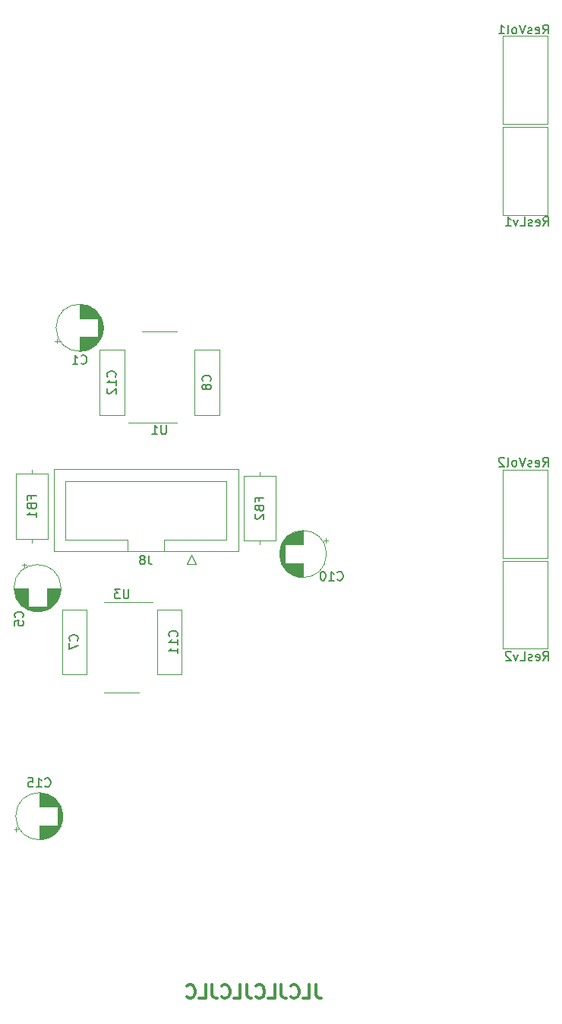
<source format=gbr>
G04 #@! TF.GenerationSoftware,KiCad,Pcbnew,(6.0.6)*
G04 #@! TF.CreationDate,2022-11-24T12:48:09+00:00*
G04 #@! TF.ProjectId,MS20-VCF,4d533230-2d56-4434-962e-6b696361645f,rev?*
G04 #@! TF.SameCoordinates,Original*
G04 #@! TF.FileFunction,Legend,Bot*
G04 #@! TF.FilePolarity,Positive*
%FSLAX46Y46*%
G04 Gerber Fmt 4.6, Leading zero omitted, Abs format (unit mm)*
G04 Created by KiCad (PCBNEW (6.0.6)) date 2022-11-24 12:48:09*
%MOMM*%
%LPD*%
G01*
G04 APERTURE LIST*
%ADD10C,0.300000*%
%ADD11C,0.150000*%
%ADD12C,0.120000*%
G04 APERTURE END LIST*
D10*
X63928571Y-143678571D02*
X63928571Y-144750000D01*
X64000000Y-144964285D01*
X64142857Y-145107142D01*
X64357142Y-145178571D01*
X64500000Y-145178571D01*
X62500000Y-145178571D02*
X63214285Y-145178571D01*
X63214285Y-143678571D01*
X61142857Y-145035714D02*
X61214285Y-145107142D01*
X61428571Y-145178571D01*
X61571428Y-145178571D01*
X61785714Y-145107142D01*
X61928571Y-144964285D01*
X62000000Y-144821428D01*
X62071428Y-144535714D01*
X62071428Y-144321428D01*
X62000000Y-144035714D01*
X61928571Y-143892857D01*
X61785714Y-143750000D01*
X61571428Y-143678571D01*
X61428571Y-143678571D01*
X61214285Y-143750000D01*
X61142857Y-143821428D01*
X60071428Y-143678571D02*
X60071428Y-144750000D01*
X60142857Y-144964285D01*
X60285714Y-145107142D01*
X60500000Y-145178571D01*
X60642857Y-145178571D01*
X58642857Y-145178571D02*
X59357142Y-145178571D01*
X59357142Y-143678571D01*
X57285714Y-145035714D02*
X57357142Y-145107142D01*
X57571428Y-145178571D01*
X57714285Y-145178571D01*
X57928571Y-145107142D01*
X58071428Y-144964285D01*
X58142857Y-144821428D01*
X58214285Y-144535714D01*
X58214285Y-144321428D01*
X58142857Y-144035714D01*
X58071428Y-143892857D01*
X57928571Y-143750000D01*
X57714285Y-143678571D01*
X57571428Y-143678571D01*
X57357142Y-143750000D01*
X57285714Y-143821428D01*
X56214285Y-143678571D02*
X56214285Y-144750000D01*
X56285714Y-144964285D01*
X56428571Y-145107142D01*
X56642857Y-145178571D01*
X56785714Y-145178571D01*
X54785714Y-145178571D02*
X55499999Y-145178571D01*
X55499999Y-143678571D01*
X53428571Y-145035714D02*
X53499999Y-145107142D01*
X53714285Y-145178571D01*
X53857142Y-145178571D01*
X54071428Y-145107142D01*
X54214285Y-144964285D01*
X54285714Y-144821428D01*
X54357142Y-144535714D01*
X54357142Y-144321428D01*
X54285714Y-144035714D01*
X54214285Y-143892857D01*
X54071428Y-143750000D01*
X53857142Y-143678571D01*
X53714285Y-143678571D01*
X53499999Y-143750000D01*
X53428571Y-143821428D01*
X52357142Y-143678571D02*
X52357142Y-144750000D01*
X52428571Y-144964285D01*
X52571428Y-145107142D01*
X52785714Y-145178571D01*
X52928571Y-145178571D01*
X50928571Y-145178571D02*
X51642857Y-145178571D01*
X51642857Y-143678571D01*
X49571428Y-145035714D02*
X49642857Y-145107142D01*
X49857142Y-145178571D01*
X49999999Y-145178571D01*
X50214285Y-145107142D01*
X50357142Y-144964285D01*
X50428571Y-144821428D01*
X50499999Y-144535714D01*
X50499999Y-144321428D01*
X50428571Y-144035714D01*
X50357142Y-143892857D01*
X50214285Y-143750000D01*
X49999999Y-143678571D01*
X49857142Y-143678571D01*
X49642857Y-143750000D01*
X49571428Y-143821428D01*
D11*
X31257142Y-102733333D02*
X31304761Y-102685714D01*
X31352380Y-102542857D01*
X31352380Y-102447619D01*
X31304761Y-102304761D01*
X31209523Y-102209523D01*
X31114285Y-102161904D01*
X30923809Y-102114285D01*
X30780952Y-102114285D01*
X30590476Y-102161904D01*
X30495238Y-102209523D01*
X30400000Y-102304761D01*
X30352380Y-102447619D01*
X30352380Y-102542857D01*
X30400000Y-102685714D01*
X30447619Y-102733333D01*
X30352380Y-103638095D02*
X30352380Y-103161904D01*
X30828571Y-103114285D01*
X30780952Y-103161904D01*
X30733333Y-103257142D01*
X30733333Y-103495238D01*
X30780952Y-103590476D01*
X30828571Y-103638095D01*
X30923809Y-103685714D01*
X31161904Y-103685714D01*
X31257142Y-103638095D01*
X31304761Y-103590476D01*
X31352380Y-103495238D01*
X31352380Y-103257142D01*
X31304761Y-103161904D01*
X31257142Y-103114285D01*
X66342857Y-98557142D02*
X66390476Y-98604761D01*
X66533333Y-98652380D01*
X66628571Y-98652380D01*
X66771428Y-98604761D01*
X66866666Y-98509523D01*
X66914285Y-98414285D01*
X66961904Y-98223809D01*
X66961904Y-98080952D01*
X66914285Y-97890476D01*
X66866666Y-97795238D01*
X66771428Y-97700000D01*
X66628571Y-97652380D01*
X66533333Y-97652380D01*
X66390476Y-97700000D01*
X66342857Y-97747619D01*
X65390476Y-98652380D02*
X65961904Y-98652380D01*
X65676190Y-98652380D02*
X65676190Y-97652380D01*
X65771428Y-97795238D01*
X65866666Y-97890476D01*
X65961904Y-97938095D01*
X64771428Y-97652380D02*
X64676190Y-97652380D01*
X64580952Y-97700000D01*
X64533333Y-97747619D01*
X64485714Y-97842857D01*
X64438095Y-98033333D01*
X64438095Y-98271428D01*
X64485714Y-98461904D01*
X64533333Y-98557142D01*
X64580952Y-98604761D01*
X64676190Y-98652380D01*
X64771428Y-98652380D01*
X64866666Y-98604761D01*
X64914285Y-98557142D01*
X64961904Y-98461904D01*
X65009523Y-98271428D01*
X65009523Y-98033333D01*
X64961904Y-97842857D01*
X64914285Y-97747619D01*
X64866666Y-97700000D01*
X64771428Y-97652380D01*
X37766666Y-74457142D02*
X37814285Y-74504761D01*
X37957142Y-74552380D01*
X38052380Y-74552380D01*
X38195238Y-74504761D01*
X38290476Y-74409523D01*
X38338095Y-74314285D01*
X38385714Y-74123809D01*
X38385714Y-73980952D01*
X38338095Y-73790476D01*
X38290476Y-73695238D01*
X38195238Y-73600000D01*
X38052380Y-73552380D01*
X37957142Y-73552380D01*
X37814285Y-73600000D01*
X37766666Y-73647619D01*
X36814285Y-74552380D02*
X37385714Y-74552380D01*
X37100000Y-74552380D02*
X37100000Y-73552380D01*
X37195238Y-73695238D01*
X37290476Y-73790476D01*
X37385714Y-73838095D01*
X57608571Y-89766666D02*
X57608571Y-89433333D01*
X58132380Y-89433333D02*
X57132380Y-89433333D01*
X57132380Y-89909523D01*
X57608571Y-90623809D02*
X57656190Y-90766666D01*
X57703809Y-90814285D01*
X57799047Y-90861904D01*
X57941904Y-90861904D01*
X58037142Y-90814285D01*
X58084761Y-90766666D01*
X58132380Y-90671428D01*
X58132380Y-90290476D01*
X57132380Y-90290476D01*
X57132380Y-90623809D01*
X57180000Y-90719047D01*
X57227619Y-90766666D01*
X57322857Y-90814285D01*
X57418095Y-90814285D01*
X57513333Y-90766666D01*
X57560952Y-90719047D01*
X57608571Y-90623809D01*
X57608571Y-90290476D01*
X57227619Y-91242857D02*
X57180000Y-91290476D01*
X57132380Y-91385714D01*
X57132380Y-91623809D01*
X57180000Y-91719047D01*
X57227619Y-91766666D01*
X57322857Y-91814285D01*
X57418095Y-91814285D01*
X57560952Y-91766666D01*
X58132380Y-91195238D01*
X58132380Y-91814285D01*
X89285714Y-59152380D02*
X89619047Y-58676190D01*
X89857142Y-59152380D02*
X89857142Y-58152380D01*
X89476190Y-58152380D01*
X89380952Y-58200000D01*
X89333333Y-58247619D01*
X89285714Y-58342857D01*
X89285714Y-58485714D01*
X89333333Y-58580952D01*
X89380952Y-58628571D01*
X89476190Y-58676190D01*
X89857142Y-58676190D01*
X88476190Y-59104761D02*
X88571428Y-59152380D01*
X88761904Y-59152380D01*
X88857142Y-59104761D01*
X88904761Y-59009523D01*
X88904761Y-58628571D01*
X88857142Y-58533333D01*
X88761904Y-58485714D01*
X88571428Y-58485714D01*
X88476190Y-58533333D01*
X88428571Y-58628571D01*
X88428571Y-58723809D01*
X88904761Y-58819047D01*
X88047619Y-59104761D02*
X87952380Y-59152380D01*
X87761904Y-59152380D01*
X87666666Y-59104761D01*
X87619047Y-59009523D01*
X87619047Y-58961904D01*
X87666666Y-58866666D01*
X87761904Y-58819047D01*
X87904761Y-58819047D01*
X88000000Y-58771428D01*
X88047619Y-58676190D01*
X88047619Y-58628571D01*
X88000000Y-58533333D01*
X87904761Y-58485714D01*
X87761904Y-58485714D01*
X87666666Y-58533333D01*
X86714285Y-59152380D02*
X87190476Y-59152380D01*
X87190476Y-58152380D01*
X86476190Y-58485714D02*
X86238095Y-59152380D01*
X86000000Y-58485714D01*
X85095238Y-59152380D02*
X85666666Y-59152380D01*
X85380952Y-59152380D02*
X85380952Y-58152380D01*
X85476190Y-58295238D01*
X85571428Y-58390476D01*
X85666666Y-58438095D01*
X89242857Y-37752380D02*
X89576190Y-37276190D01*
X89814285Y-37752380D02*
X89814285Y-36752380D01*
X89433333Y-36752380D01*
X89338095Y-36800000D01*
X89290476Y-36847619D01*
X89242857Y-36942857D01*
X89242857Y-37085714D01*
X89290476Y-37180952D01*
X89338095Y-37228571D01*
X89433333Y-37276190D01*
X89814285Y-37276190D01*
X88433333Y-37704761D02*
X88528571Y-37752380D01*
X88719047Y-37752380D01*
X88814285Y-37704761D01*
X88861904Y-37609523D01*
X88861904Y-37228571D01*
X88814285Y-37133333D01*
X88719047Y-37085714D01*
X88528571Y-37085714D01*
X88433333Y-37133333D01*
X88385714Y-37228571D01*
X88385714Y-37323809D01*
X88861904Y-37419047D01*
X88004761Y-37704761D02*
X87909523Y-37752380D01*
X87719047Y-37752380D01*
X87623809Y-37704761D01*
X87576190Y-37609523D01*
X87576190Y-37561904D01*
X87623809Y-37466666D01*
X87719047Y-37419047D01*
X87861904Y-37419047D01*
X87957142Y-37371428D01*
X88004761Y-37276190D01*
X88004761Y-37228571D01*
X87957142Y-37133333D01*
X87861904Y-37085714D01*
X87719047Y-37085714D01*
X87623809Y-37133333D01*
X87290476Y-36752380D02*
X86957142Y-37752380D01*
X86623809Y-36752380D01*
X86147619Y-37752380D02*
X86242857Y-37704761D01*
X86290476Y-37657142D01*
X86338095Y-37561904D01*
X86338095Y-37276190D01*
X86290476Y-37180952D01*
X86242857Y-37133333D01*
X86147619Y-37085714D01*
X86004761Y-37085714D01*
X85909523Y-37133333D01*
X85861904Y-37180952D01*
X85814285Y-37276190D01*
X85814285Y-37561904D01*
X85861904Y-37657142D01*
X85909523Y-37704761D01*
X86004761Y-37752380D01*
X86147619Y-37752380D01*
X85242857Y-37752380D02*
X85338095Y-37704761D01*
X85385714Y-37609523D01*
X85385714Y-36752380D01*
X84338095Y-37752380D02*
X84909523Y-37752380D01*
X84623809Y-37752380D02*
X84623809Y-36752380D01*
X84719047Y-36895238D01*
X84814285Y-36990476D01*
X84909523Y-37038095D01*
X43061904Y-99652380D02*
X43061904Y-100461904D01*
X43014285Y-100557142D01*
X42966666Y-100604761D01*
X42871428Y-100652380D01*
X42680952Y-100652380D01*
X42585714Y-100604761D01*
X42538095Y-100557142D01*
X42490476Y-100461904D01*
X42490476Y-99652380D01*
X42109523Y-99652380D02*
X41490476Y-99652380D01*
X41823809Y-100033333D01*
X41680952Y-100033333D01*
X41585714Y-100080952D01*
X41538095Y-100128571D01*
X41490476Y-100223809D01*
X41490476Y-100461904D01*
X41538095Y-100557142D01*
X41585714Y-100604761D01*
X41680952Y-100652380D01*
X41966666Y-100652380D01*
X42061904Y-100604761D01*
X42109523Y-100557142D01*
X33742857Y-121557142D02*
X33790476Y-121604761D01*
X33933333Y-121652380D01*
X34028571Y-121652380D01*
X34171428Y-121604761D01*
X34266666Y-121509523D01*
X34314285Y-121414285D01*
X34361904Y-121223809D01*
X34361904Y-121080952D01*
X34314285Y-120890476D01*
X34266666Y-120795238D01*
X34171428Y-120700000D01*
X34028571Y-120652380D01*
X33933333Y-120652380D01*
X33790476Y-120700000D01*
X33742857Y-120747619D01*
X32790476Y-121652380D02*
X33361904Y-121652380D01*
X33076190Y-121652380D02*
X33076190Y-120652380D01*
X33171428Y-120795238D01*
X33266666Y-120890476D01*
X33361904Y-120938095D01*
X31885714Y-120652380D02*
X32361904Y-120652380D01*
X32409523Y-121128571D01*
X32361904Y-121080952D01*
X32266666Y-121033333D01*
X32028571Y-121033333D01*
X31933333Y-121080952D01*
X31885714Y-121128571D01*
X31838095Y-121223809D01*
X31838095Y-121461904D01*
X31885714Y-121557142D01*
X31933333Y-121604761D01*
X32028571Y-121652380D01*
X32266666Y-121652380D01*
X32361904Y-121604761D01*
X32409523Y-121557142D01*
X32228571Y-89566666D02*
X32228571Y-89233333D01*
X32752380Y-89233333D02*
X31752380Y-89233333D01*
X31752380Y-89709523D01*
X32228571Y-90423809D02*
X32276190Y-90566666D01*
X32323809Y-90614285D01*
X32419047Y-90661904D01*
X32561904Y-90661904D01*
X32657142Y-90614285D01*
X32704761Y-90566666D01*
X32752380Y-90471428D01*
X32752380Y-90090476D01*
X31752380Y-90090476D01*
X31752380Y-90423809D01*
X31800000Y-90519047D01*
X31847619Y-90566666D01*
X31942857Y-90614285D01*
X32038095Y-90614285D01*
X32133333Y-90566666D01*
X32180952Y-90519047D01*
X32228571Y-90423809D01*
X32228571Y-90090476D01*
X32752380Y-91614285D02*
X32752380Y-91042857D01*
X32752380Y-91328571D02*
X31752380Y-91328571D01*
X31895238Y-91233333D01*
X31990476Y-91138095D01*
X32038095Y-91042857D01*
X89285714Y-107552380D02*
X89619047Y-107076190D01*
X89857142Y-107552380D02*
X89857142Y-106552380D01*
X89476190Y-106552380D01*
X89380952Y-106600000D01*
X89333333Y-106647619D01*
X89285714Y-106742857D01*
X89285714Y-106885714D01*
X89333333Y-106980952D01*
X89380952Y-107028571D01*
X89476190Y-107076190D01*
X89857142Y-107076190D01*
X88476190Y-107504761D02*
X88571428Y-107552380D01*
X88761904Y-107552380D01*
X88857142Y-107504761D01*
X88904761Y-107409523D01*
X88904761Y-107028571D01*
X88857142Y-106933333D01*
X88761904Y-106885714D01*
X88571428Y-106885714D01*
X88476190Y-106933333D01*
X88428571Y-107028571D01*
X88428571Y-107123809D01*
X88904761Y-107219047D01*
X88047619Y-107504761D02*
X87952380Y-107552380D01*
X87761904Y-107552380D01*
X87666666Y-107504761D01*
X87619047Y-107409523D01*
X87619047Y-107361904D01*
X87666666Y-107266666D01*
X87761904Y-107219047D01*
X87904761Y-107219047D01*
X88000000Y-107171428D01*
X88047619Y-107076190D01*
X88047619Y-107028571D01*
X88000000Y-106933333D01*
X87904761Y-106885714D01*
X87761904Y-106885714D01*
X87666666Y-106933333D01*
X86714285Y-107552380D02*
X87190476Y-107552380D01*
X87190476Y-106552380D01*
X86476190Y-106885714D02*
X86238095Y-107552380D01*
X86000000Y-106885714D01*
X85666666Y-106647619D02*
X85619047Y-106600000D01*
X85523809Y-106552380D01*
X85285714Y-106552380D01*
X85190476Y-106600000D01*
X85142857Y-106647619D01*
X85095238Y-106742857D01*
X85095238Y-106838095D01*
X85142857Y-106980952D01*
X85714285Y-107552380D01*
X85095238Y-107552380D01*
X89242857Y-85952380D02*
X89576190Y-85476190D01*
X89814285Y-85952380D02*
X89814285Y-84952380D01*
X89433333Y-84952380D01*
X89338095Y-85000000D01*
X89290476Y-85047619D01*
X89242857Y-85142857D01*
X89242857Y-85285714D01*
X89290476Y-85380952D01*
X89338095Y-85428571D01*
X89433333Y-85476190D01*
X89814285Y-85476190D01*
X88433333Y-85904761D02*
X88528571Y-85952380D01*
X88719047Y-85952380D01*
X88814285Y-85904761D01*
X88861904Y-85809523D01*
X88861904Y-85428571D01*
X88814285Y-85333333D01*
X88719047Y-85285714D01*
X88528571Y-85285714D01*
X88433333Y-85333333D01*
X88385714Y-85428571D01*
X88385714Y-85523809D01*
X88861904Y-85619047D01*
X88004761Y-85904761D02*
X87909523Y-85952380D01*
X87719047Y-85952380D01*
X87623809Y-85904761D01*
X87576190Y-85809523D01*
X87576190Y-85761904D01*
X87623809Y-85666666D01*
X87719047Y-85619047D01*
X87861904Y-85619047D01*
X87957142Y-85571428D01*
X88004761Y-85476190D01*
X88004761Y-85428571D01*
X87957142Y-85333333D01*
X87861904Y-85285714D01*
X87719047Y-85285714D01*
X87623809Y-85333333D01*
X87290476Y-84952380D02*
X86957142Y-85952380D01*
X86623809Y-84952380D01*
X86147619Y-85952380D02*
X86242857Y-85904761D01*
X86290476Y-85857142D01*
X86338095Y-85761904D01*
X86338095Y-85476190D01*
X86290476Y-85380952D01*
X86242857Y-85333333D01*
X86147619Y-85285714D01*
X86004761Y-85285714D01*
X85909523Y-85333333D01*
X85861904Y-85380952D01*
X85814285Y-85476190D01*
X85814285Y-85761904D01*
X85861904Y-85857142D01*
X85909523Y-85904761D01*
X86004761Y-85952380D01*
X86147619Y-85952380D01*
X85242857Y-85952380D02*
X85338095Y-85904761D01*
X85385714Y-85809523D01*
X85385714Y-84952380D01*
X84909523Y-85047619D02*
X84861904Y-85000000D01*
X84766666Y-84952380D01*
X84528571Y-84952380D01*
X84433333Y-85000000D01*
X84385714Y-85047619D01*
X84338095Y-85142857D01*
X84338095Y-85238095D01*
X84385714Y-85380952D01*
X84957142Y-85952380D01*
X84338095Y-85952380D01*
X47261904Y-81352380D02*
X47261904Y-82161904D01*
X47214285Y-82257142D01*
X47166666Y-82304761D01*
X47071428Y-82352380D01*
X46880952Y-82352380D01*
X46785714Y-82304761D01*
X46738095Y-82257142D01*
X46690476Y-82161904D01*
X46690476Y-81352380D01*
X45690476Y-82352380D02*
X46261904Y-82352380D01*
X45976190Y-82352380D02*
X45976190Y-81352380D01*
X46071428Y-81495238D01*
X46166666Y-81590476D01*
X46261904Y-81638095D01*
X45313333Y-95852380D02*
X45313333Y-96566666D01*
X45360952Y-96709523D01*
X45456190Y-96804761D01*
X45599047Y-96852380D01*
X45694285Y-96852380D01*
X44694285Y-96280952D02*
X44789523Y-96233333D01*
X44837142Y-96185714D01*
X44884761Y-96090476D01*
X44884761Y-96042857D01*
X44837142Y-95947619D01*
X44789523Y-95900000D01*
X44694285Y-95852380D01*
X44503809Y-95852380D01*
X44408571Y-95900000D01*
X44360952Y-95947619D01*
X44313333Y-96042857D01*
X44313333Y-96090476D01*
X44360952Y-96185714D01*
X44408571Y-96233333D01*
X44503809Y-96280952D01*
X44694285Y-96280952D01*
X44789523Y-96328571D01*
X44837142Y-96376190D01*
X44884761Y-96471428D01*
X44884761Y-96661904D01*
X44837142Y-96757142D01*
X44789523Y-96804761D01*
X44694285Y-96852380D01*
X44503809Y-96852380D01*
X44408571Y-96804761D01*
X44360952Y-96757142D01*
X44313333Y-96661904D01*
X44313333Y-96471428D01*
X44360952Y-96376190D01*
X44408571Y-96328571D01*
X44503809Y-96280952D01*
X37357142Y-105333333D02*
X37404761Y-105285714D01*
X37452380Y-105142857D01*
X37452380Y-105047619D01*
X37404761Y-104904761D01*
X37309523Y-104809523D01*
X37214285Y-104761904D01*
X37023809Y-104714285D01*
X36880952Y-104714285D01*
X36690476Y-104761904D01*
X36595238Y-104809523D01*
X36500000Y-104904761D01*
X36452380Y-105047619D01*
X36452380Y-105142857D01*
X36500000Y-105285714D01*
X36547619Y-105333333D01*
X36452380Y-105666666D02*
X36452380Y-106333333D01*
X37452380Y-105904761D01*
X41557142Y-75957142D02*
X41604761Y-75909523D01*
X41652380Y-75766666D01*
X41652380Y-75671428D01*
X41604761Y-75528571D01*
X41509523Y-75433333D01*
X41414285Y-75385714D01*
X41223809Y-75338095D01*
X41080952Y-75338095D01*
X40890476Y-75385714D01*
X40795238Y-75433333D01*
X40700000Y-75528571D01*
X40652380Y-75671428D01*
X40652380Y-75766666D01*
X40700000Y-75909523D01*
X40747619Y-75957142D01*
X41652380Y-76909523D02*
X41652380Y-76338095D01*
X41652380Y-76623809D02*
X40652380Y-76623809D01*
X40795238Y-76528571D01*
X40890476Y-76433333D01*
X40938095Y-76338095D01*
X40747619Y-77290476D02*
X40700000Y-77338095D01*
X40652380Y-77433333D01*
X40652380Y-77671428D01*
X40700000Y-77766666D01*
X40747619Y-77814285D01*
X40842857Y-77861904D01*
X40938095Y-77861904D01*
X41080952Y-77814285D01*
X41652380Y-77242857D01*
X41652380Y-77861904D01*
X48457142Y-104857142D02*
X48504761Y-104809523D01*
X48552380Y-104666666D01*
X48552380Y-104571428D01*
X48504761Y-104428571D01*
X48409523Y-104333333D01*
X48314285Y-104285714D01*
X48123809Y-104238095D01*
X47980952Y-104238095D01*
X47790476Y-104285714D01*
X47695238Y-104333333D01*
X47600000Y-104428571D01*
X47552380Y-104571428D01*
X47552380Y-104666666D01*
X47600000Y-104809523D01*
X47647619Y-104857142D01*
X48552380Y-105809523D02*
X48552380Y-105238095D01*
X48552380Y-105523809D02*
X47552380Y-105523809D01*
X47695238Y-105428571D01*
X47790476Y-105333333D01*
X47838095Y-105238095D01*
X48552380Y-106761904D02*
X48552380Y-106190476D01*
X48552380Y-106476190D02*
X47552380Y-106476190D01*
X47695238Y-106380952D01*
X47790476Y-106285714D01*
X47838095Y-106190476D01*
X52157142Y-76433333D02*
X52204761Y-76385714D01*
X52252380Y-76242857D01*
X52252380Y-76147619D01*
X52204761Y-76004761D01*
X52109523Y-75909523D01*
X52014285Y-75861904D01*
X51823809Y-75814285D01*
X51680952Y-75814285D01*
X51490476Y-75861904D01*
X51395238Y-75909523D01*
X51300000Y-76004761D01*
X51252380Y-76147619D01*
X51252380Y-76242857D01*
X51300000Y-76385714D01*
X51347619Y-76433333D01*
X51680952Y-77004761D02*
X51633333Y-76909523D01*
X51585714Y-76861904D01*
X51490476Y-76814285D01*
X51442857Y-76814285D01*
X51347619Y-76861904D01*
X51300000Y-76909523D01*
X51252380Y-77004761D01*
X51252380Y-77195238D01*
X51300000Y-77290476D01*
X51347619Y-77338095D01*
X51442857Y-77385714D01*
X51490476Y-77385714D01*
X51585714Y-77338095D01*
X51633333Y-77290476D01*
X51680952Y-77195238D01*
X51680952Y-77004761D01*
X51728571Y-76909523D01*
X51776190Y-76861904D01*
X51871428Y-76814285D01*
X52061904Y-76814285D01*
X52157142Y-76861904D01*
X52204761Y-76909523D01*
X52252380Y-77004761D01*
X52252380Y-77195238D01*
X52204761Y-77290476D01*
X52157142Y-77338095D01*
X52061904Y-77385714D01*
X51871428Y-77385714D01*
X51776190Y-77338095D01*
X51728571Y-77290476D01*
X51680952Y-77195238D01*
D12*
X30552000Y-100581000D02*
X31860000Y-100581000D01*
X30344000Y-99860000D02*
X31860000Y-99860000D01*
X30929000Y-101181000D02*
X31860000Y-101181000D01*
X33940000Y-101221000D02*
X34837000Y-101221000D01*
X33940000Y-99780000D02*
X35465000Y-99780000D01*
X33940000Y-100060000D02*
X35420000Y-100060000D01*
X30357000Y-99940000D02*
X31860000Y-99940000D01*
X31400000Y-101621000D02*
X34400000Y-101621000D01*
X30725000Y-100901000D02*
X31860000Y-100901000D01*
X31074000Y-101341000D02*
X31860000Y-101341000D01*
X30320000Y-99500000D02*
X31860000Y-99500000D01*
X33940000Y-101061000D02*
X34965000Y-101061000D01*
X30331000Y-99740000D02*
X31860000Y-99740000D01*
X30350000Y-99900000D02*
X31860000Y-99900000D01*
X33940000Y-101101000D02*
X34935000Y-101101000D01*
X30445000Y-100301000D02*
X31860000Y-100301000D01*
X33940000Y-100981000D02*
X35022000Y-100981000D01*
X30632000Y-100741000D02*
X31860000Y-100741000D01*
X30518000Y-100501000D02*
X31860000Y-100501000D01*
X30700000Y-100861000D02*
X31860000Y-100861000D01*
X30320000Y-99540000D02*
X31860000Y-99540000D01*
X33940000Y-99540000D02*
X35480000Y-99540000D01*
X30380000Y-100060000D02*
X31860000Y-100060000D01*
X30571000Y-100621000D02*
X31860000Y-100621000D01*
X33940000Y-100421000D02*
X35314000Y-100421000D01*
X33940000Y-101381000D02*
X34685000Y-101381000D01*
X30751000Y-100941000D02*
X31860000Y-100941000D01*
X30339000Y-99820000D02*
X31860000Y-99820000D01*
X33940000Y-99740000D02*
X35469000Y-99740000D01*
X33940000Y-100901000D02*
X35075000Y-100901000D01*
X30321000Y-99580000D02*
X31860000Y-99580000D01*
X31889000Y-101901000D02*
X33911000Y-101901000D01*
X30486000Y-100421000D02*
X31860000Y-100421000D01*
X31036000Y-101301000D02*
X31860000Y-101301000D01*
X33940000Y-99980000D02*
X35436000Y-99980000D01*
X30324000Y-99660000D02*
X31860000Y-99660000D01*
X30896000Y-101141000D02*
X31860000Y-101141000D01*
X33940000Y-100941000D02*
X35049000Y-100941000D01*
X33940000Y-101501000D02*
X34553000Y-101501000D01*
X33940000Y-100501000D02*
X35282000Y-100501000D01*
X30322000Y-99620000D02*
X31860000Y-99620000D01*
X30335000Y-99780000D02*
X31860000Y-99780000D01*
X33940000Y-99700000D02*
X35473000Y-99700000D01*
X30432000Y-100261000D02*
X31860000Y-100261000D01*
X33940000Y-99900000D02*
X35450000Y-99900000D01*
X33940000Y-100861000D02*
X35100000Y-100861000D01*
X30364000Y-99980000D02*
X31860000Y-99980000D01*
X33940000Y-100541000D02*
X35265000Y-100541000D01*
X31247000Y-101501000D02*
X31860000Y-101501000D01*
X33940000Y-99820000D02*
X35461000Y-99820000D01*
X30420000Y-100221000D02*
X31860000Y-100221000D01*
X30778000Y-100981000D02*
X31860000Y-100981000D01*
X32616000Y-102101000D02*
X33184000Y-102101000D01*
X33940000Y-100821000D02*
X35124000Y-100821000D01*
X31581000Y-101741000D02*
X34219000Y-101741000D01*
X33940000Y-100341000D02*
X35342000Y-100341000D01*
X33940000Y-99500000D02*
X35480000Y-99500000D01*
X30389000Y-100100000D02*
X31860000Y-100100000D01*
X33940000Y-101461000D02*
X34599000Y-101461000D01*
X33940000Y-100781000D02*
X35147000Y-100781000D01*
X31425000Y-96695225D02*
X31425000Y-97195225D01*
X33940000Y-101341000D02*
X34726000Y-101341000D01*
X33940000Y-99660000D02*
X35476000Y-99660000D01*
X33940000Y-99940000D02*
X35443000Y-99940000D01*
X33940000Y-100301000D02*
X35355000Y-100301000D01*
X31649000Y-101781000D02*
X34151000Y-101781000D01*
X30372000Y-100020000D02*
X31860000Y-100020000D01*
X33940000Y-100261000D02*
X35368000Y-100261000D01*
X31517000Y-101701000D02*
X34283000Y-101701000D01*
X33940000Y-101421000D02*
X34643000Y-101421000D01*
X30676000Y-100821000D02*
X31860000Y-100821000D01*
X30590000Y-100661000D02*
X31860000Y-100661000D01*
X33940000Y-100020000D02*
X35428000Y-100020000D01*
X32382000Y-102061000D02*
X33418000Y-102061000D01*
X33940000Y-101301000D02*
X34764000Y-101301000D01*
X30399000Y-100140000D02*
X31860000Y-100140000D01*
X31175000Y-96945225D02*
X31675000Y-96945225D01*
X31295000Y-101541000D02*
X34505000Y-101541000D01*
X30327000Y-99700000D02*
X31860000Y-99700000D01*
X30835000Y-101061000D02*
X31860000Y-101061000D01*
X30999000Y-101261000D02*
X31860000Y-101261000D01*
X33940000Y-101141000D02*
X34904000Y-101141000D01*
X32095000Y-101981000D02*
X33705000Y-101981000D01*
X32223000Y-102021000D02*
X33577000Y-102021000D01*
X33940000Y-100621000D02*
X35229000Y-100621000D01*
X31346000Y-101581000D02*
X34454000Y-101581000D01*
X33940000Y-100701000D02*
X35190000Y-100701000D01*
X31722000Y-101821000D02*
X34078000Y-101821000D01*
X30409000Y-100180000D02*
X31860000Y-100180000D01*
X33940000Y-99620000D02*
X35478000Y-99620000D01*
X33940000Y-100741000D02*
X35168000Y-100741000D01*
X33940000Y-99580000D02*
X35479000Y-99580000D01*
X33940000Y-100180000D02*
X35391000Y-100180000D01*
X33940000Y-100461000D02*
X35298000Y-100461000D01*
X33940000Y-100581000D02*
X35248000Y-100581000D01*
X30610000Y-100701000D02*
X31860000Y-100701000D01*
X33940000Y-100221000D02*
X35380000Y-100221000D01*
X30653000Y-100781000D02*
X31860000Y-100781000D01*
X30805000Y-101021000D02*
X31860000Y-101021000D01*
X31157000Y-101421000D02*
X31860000Y-101421000D01*
X31802000Y-101861000D02*
X33998000Y-101861000D01*
X30963000Y-101221000D02*
X31860000Y-101221000D01*
X33940000Y-101021000D02*
X34995000Y-101021000D01*
X31985000Y-101941000D02*
X33815000Y-101941000D01*
X31201000Y-101461000D02*
X31860000Y-101461000D01*
X31115000Y-101381000D02*
X31860000Y-101381000D01*
X33940000Y-100140000D02*
X35401000Y-100140000D01*
X33940000Y-101261000D02*
X34801000Y-101261000D01*
X33940000Y-100661000D02*
X35210000Y-100661000D01*
X33940000Y-100381000D02*
X35328000Y-100381000D01*
X30472000Y-100381000D02*
X31860000Y-100381000D01*
X33940000Y-101181000D02*
X34871000Y-101181000D01*
X33940000Y-99860000D02*
X35456000Y-99860000D01*
X33940000Y-100100000D02*
X35411000Y-100100000D01*
X30865000Y-101101000D02*
X31860000Y-101101000D01*
X31457000Y-101661000D02*
X34343000Y-101661000D01*
X30502000Y-100461000D02*
X31860000Y-100461000D01*
X30535000Y-100541000D02*
X31860000Y-100541000D01*
X30458000Y-100341000D02*
X31860000Y-100341000D01*
X35520000Y-99500000D02*
G75*
G03*
X35520000Y-99500000I-2620000J0D01*
G01*
X62380000Y-96740000D02*
X62380000Y-98278000D01*
X60859000Y-96740000D02*
X60859000Y-97704000D01*
X61940000Y-96740000D02*
X61940000Y-98220000D01*
X60139000Y-94602000D02*
X60139000Y-96798000D01*
X62380000Y-93122000D02*
X62380000Y-94660000D01*
X62420000Y-93121000D02*
X62420000Y-94660000D01*
X65054775Y-93975000D02*
X65054775Y-94475000D01*
X60579000Y-93957000D02*
X60579000Y-94660000D01*
X61179000Y-93476000D02*
X61179000Y-94660000D01*
X60739000Y-96740000D02*
X60739000Y-97601000D01*
X60099000Y-94689000D02*
X60099000Y-96711000D01*
X60699000Y-93836000D02*
X60699000Y-94660000D01*
X60179000Y-94522000D02*
X60179000Y-96878000D01*
X60499000Y-96740000D02*
X60499000Y-97353000D01*
X60379000Y-94200000D02*
X60379000Y-97200000D01*
X60859000Y-93696000D02*
X60859000Y-94660000D01*
X61499000Y-93318000D02*
X61499000Y-94660000D01*
X62300000Y-96740000D02*
X62300000Y-98273000D01*
X61900000Y-93189000D02*
X61900000Y-94660000D01*
X60619000Y-93915000D02*
X60619000Y-94660000D01*
X60299000Y-94317000D02*
X60299000Y-97083000D01*
X60819000Y-96740000D02*
X60819000Y-97671000D01*
X60059000Y-94785000D02*
X60059000Y-96615000D01*
X60539000Y-94001000D02*
X60539000Y-94660000D01*
X62100000Y-96740000D02*
X62100000Y-98250000D01*
X62460000Y-96740000D02*
X62460000Y-98280000D01*
X61659000Y-93258000D02*
X61659000Y-94660000D01*
X62140000Y-96740000D02*
X62140000Y-98256000D01*
X61099000Y-93525000D02*
X61099000Y-94660000D01*
X61139000Y-96740000D02*
X61139000Y-97900000D01*
X61179000Y-96740000D02*
X61179000Y-97924000D01*
X60819000Y-93729000D02*
X60819000Y-94660000D01*
X62300000Y-93127000D02*
X62300000Y-94660000D01*
X60739000Y-93799000D02*
X60739000Y-94660000D01*
X60699000Y-96740000D02*
X60699000Y-97564000D01*
X61299000Y-96740000D02*
X61299000Y-97990000D01*
X62060000Y-93157000D02*
X62060000Y-94660000D01*
X61219000Y-93453000D02*
X61219000Y-94660000D01*
X61259000Y-93432000D02*
X61259000Y-94660000D01*
X61659000Y-96740000D02*
X61659000Y-98142000D01*
X61539000Y-93302000D02*
X61539000Y-94660000D01*
X61019000Y-93578000D02*
X61019000Y-94660000D01*
X62020000Y-93164000D02*
X62020000Y-94660000D01*
X61219000Y-96740000D02*
X61219000Y-97947000D01*
X62140000Y-93144000D02*
X62140000Y-94660000D01*
X61860000Y-96740000D02*
X61860000Y-98201000D01*
X60579000Y-96740000D02*
X60579000Y-97443000D01*
X62020000Y-96740000D02*
X62020000Y-98236000D01*
X61299000Y-93410000D02*
X61299000Y-94660000D01*
X60979000Y-93605000D02*
X60979000Y-94660000D01*
X61059000Y-93551000D02*
X61059000Y-94660000D01*
X62420000Y-96740000D02*
X62420000Y-98279000D01*
X61019000Y-96740000D02*
X61019000Y-97822000D01*
X61059000Y-96740000D02*
X61059000Y-97849000D01*
X60779000Y-93763000D02*
X60779000Y-94660000D01*
X60979000Y-96740000D02*
X60979000Y-97795000D01*
X61619000Y-96740000D02*
X61619000Y-98128000D01*
X62220000Y-93135000D02*
X62220000Y-94660000D01*
X60419000Y-94146000D02*
X60419000Y-97254000D01*
X61980000Y-93172000D02*
X61980000Y-94660000D01*
X62460000Y-93120000D02*
X62460000Y-94660000D01*
X62340000Y-96740000D02*
X62340000Y-98276000D01*
X61940000Y-93180000D02*
X61940000Y-94660000D01*
X62260000Y-96740000D02*
X62260000Y-98269000D01*
X60459000Y-94095000D02*
X60459000Y-97305000D01*
X61459000Y-93335000D02*
X61459000Y-94660000D01*
X59939000Y-95182000D02*
X59939000Y-96218000D01*
X60499000Y-94047000D02*
X60499000Y-94660000D01*
X61419000Y-93352000D02*
X61419000Y-94660000D01*
X61419000Y-96740000D02*
X61419000Y-98048000D01*
X59899000Y-95416000D02*
X59899000Y-95984000D01*
X62060000Y-96740000D02*
X62060000Y-98243000D01*
X61379000Y-96740000D02*
X61379000Y-98029000D01*
X60619000Y-96740000D02*
X60619000Y-97485000D01*
X62500000Y-96740000D02*
X62500000Y-98280000D01*
X60219000Y-94449000D02*
X60219000Y-96951000D01*
X60939000Y-93635000D02*
X60939000Y-94660000D01*
X62180000Y-93139000D02*
X62180000Y-94660000D01*
X60899000Y-96740000D02*
X60899000Y-97735000D01*
X61900000Y-96740000D02*
X61900000Y-98211000D01*
X61739000Y-93232000D02*
X61739000Y-94660000D01*
X61860000Y-93199000D02*
X61860000Y-94660000D01*
X60339000Y-94257000D02*
X60339000Y-97143000D01*
X61779000Y-93220000D02*
X61779000Y-94660000D01*
X61539000Y-96740000D02*
X61539000Y-98098000D01*
X61339000Y-96740000D02*
X61339000Y-98010000D01*
X60659000Y-93874000D02*
X60659000Y-94660000D01*
X61459000Y-96740000D02*
X61459000Y-98065000D01*
X60539000Y-96740000D02*
X60539000Y-97399000D01*
X65304775Y-94225000D02*
X64804775Y-94225000D01*
X62260000Y-93131000D02*
X62260000Y-94660000D01*
X61259000Y-96740000D02*
X61259000Y-97968000D01*
X60259000Y-94381000D02*
X60259000Y-97019000D01*
X61579000Y-93286000D02*
X61579000Y-94660000D01*
X61379000Y-93371000D02*
X61379000Y-94660000D01*
X59979000Y-95023000D02*
X59979000Y-96377000D01*
X61339000Y-93390000D02*
X61339000Y-94660000D01*
X60939000Y-96740000D02*
X60939000Y-97765000D01*
X60019000Y-94895000D02*
X60019000Y-96505000D01*
X61699000Y-93245000D02*
X61699000Y-94660000D01*
X62180000Y-96740000D02*
X62180000Y-98261000D01*
X60779000Y-96740000D02*
X60779000Y-97637000D01*
X61820000Y-96740000D02*
X61820000Y-98191000D01*
X62500000Y-93120000D02*
X62500000Y-94660000D01*
X62100000Y-93150000D02*
X62100000Y-94660000D01*
X60659000Y-96740000D02*
X60659000Y-97526000D01*
X61779000Y-96740000D02*
X61779000Y-98180000D01*
X62220000Y-96740000D02*
X62220000Y-98265000D01*
X61739000Y-96740000D02*
X61739000Y-98168000D01*
X61820000Y-93209000D02*
X61820000Y-94660000D01*
X61099000Y-96740000D02*
X61099000Y-97875000D01*
X62340000Y-93124000D02*
X62340000Y-94660000D01*
X61980000Y-96740000D02*
X61980000Y-98228000D01*
X60899000Y-93665000D02*
X60899000Y-94660000D01*
X61499000Y-96740000D02*
X61499000Y-98082000D01*
X61619000Y-93272000D02*
X61619000Y-94660000D01*
X61699000Y-96740000D02*
X61699000Y-98155000D01*
X61139000Y-93500000D02*
X61139000Y-94660000D01*
X61579000Y-96740000D02*
X61579000Y-98114000D01*
X65120000Y-95700000D02*
G75*
G03*
X65120000Y-95700000I-2620000J0D01*
G01*
X40121000Y-71177000D02*
X40121000Y-69823000D01*
X38040000Y-73043000D02*
X38040000Y-71540000D01*
X38441000Y-69460000D02*
X38441000Y-68058000D01*
X37960000Y-69460000D02*
X37960000Y-67944000D01*
X39841000Y-71819000D02*
X39841000Y-69181000D01*
X38200000Y-73011000D02*
X38200000Y-71540000D01*
X39561000Y-72199000D02*
X39561000Y-71540000D01*
X40161000Y-71018000D02*
X40161000Y-69982000D01*
X38921000Y-72724000D02*
X38921000Y-71540000D01*
X39401000Y-69460000D02*
X39401000Y-68636000D01*
X39761000Y-71943000D02*
X39761000Y-69057000D01*
X39521000Y-69460000D02*
X39521000Y-68757000D01*
X40001000Y-71511000D02*
X40001000Y-69489000D01*
X38120000Y-73028000D02*
X38120000Y-71540000D01*
X39121000Y-72595000D02*
X39121000Y-71540000D01*
X38641000Y-69460000D02*
X38641000Y-68135000D01*
X38641000Y-72865000D02*
X38641000Y-71540000D01*
X39721000Y-72000000D02*
X39721000Y-69000000D01*
X37600000Y-73080000D02*
X37600000Y-71540000D01*
X37640000Y-73080000D02*
X37640000Y-71540000D01*
X37800000Y-73073000D02*
X37800000Y-71540000D01*
X39001000Y-69460000D02*
X39001000Y-68325000D01*
X38801000Y-72790000D02*
X38801000Y-71540000D01*
X38521000Y-69460000D02*
X38521000Y-68086000D01*
X38921000Y-69460000D02*
X38921000Y-68276000D01*
X38361000Y-69460000D02*
X38361000Y-68032000D01*
X39161000Y-69460000D02*
X39161000Y-68435000D01*
X39201000Y-69460000D02*
X39201000Y-68465000D01*
X38240000Y-73001000D02*
X38240000Y-71540000D01*
X39041000Y-72649000D02*
X39041000Y-71540000D01*
X38280000Y-69460000D02*
X38280000Y-68009000D01*
X38681000Y-69460000D02*
X38681000Y-68152000D01*
X39201000Y-72535000D02*
X39201000Y-71540000D01*
X39441000Y-72326000D02*
X39441000Y-71540000D01*
X38080000Y-69460000D02*
X38080000Y-67964000D01*
X39321000Y-72437000D02*
X39321000Y-71540000D01*
X39281000Y-69460000D02*
X39281000Y-68529000D01*
X38881000Y-69460000D02*
X38881000Y-68253000D01*
X39601000Y-69460000D02*
X39601000Y-68847000D01*
X37640000Y-69460000D02*
X37640000Y-67920000D01*
X38401000Y-72955000D02*
X38401000Y-71540000D01*
X37920000Y-69460000D02*
X37920000Y-67939000D01*
X39401000Y-72364000D02*
X39401000Y-71540000D01*
X34795225Y-71975000D02*
X35295225Y-71975000D01*
X39121000Y-69460000D02*
X39121000Y-68405000D01*
X38521000Y-72914000D02*
X38521000Y-71540000D01*
X38721000Y-72829000D02*
X38721000Y-71540000D01*
X38841000Y-69460000D02*
X38841000Y-68232000D01*
X37920000Y-73061000D02*
X37920000Y-71540000D01*
X39321000Y-69460000D02*
X39321000Y-68563000D01*
X39481000Y-69460000D02*
X39481000Y-68715000D01*
X37840000Y-73069000D02*
X37840000Y-71540000D01*
X37720000Y-69460000D02*
X37720000Y-67922000D01*
X37680000Y-69460000D02*
X37680000Y-67921000D01*
X39041000Y-69460000D02*
X39041000Y-68351000D01*
X39241000Y-69460000D02*
X39241000Y-68496000D01*
X38441000Y-72942000D02*
X38441000Y-71540000D01*
X38080000Y-73036000D02*
X38080000Y-71540000D01*
X37760000Y-73076000D02*
X37760000Y-71540000D01*
X38681000Y-72848000D02*
X38681000Y-71540000D01*
X39081000Y-72622000D02*
X39081000Y-71540000D01*
X39681000Y-72054000D02*
X39681000Y-68946000D01*
X37880000Y-73065000D02*
X37880000Y-71540000D01*
X38000000Y-73050000D02*
X38000000Y-71540000D01*
X39441000Y-69460000D02*
X39441000Y-68674000D01*
X37840000Y-69460000D02*
X37840000Y-67931000D01*
X38240000Y-69460000D02*
X38240000Y-67999000D01*
X39521000Y-72243000D02*
X39521000Y-71540000D01*
X38481000Y-72928000D02*
X38481000Y-71540000D01*
X38280000Y-72991000D02*
X38280000Y-71540000D01*
X40201000Y-70784000D02*
X40201000Y-70216000D01*
X38200000Y-69460000D02*
X38200000Y-67989000D01*
X40041000Y-71415000D02*
X40041000Y-69585000D01*
X38961000Y-69460000D02*
X38961000Y-68300000D01*
X39481000Y-72285000D02*
X39481000Y-71540000D01*
X38321000Y-69460000D02*
X38321000Y-68020000D01*
X39361000Y-69460000D02*
X39361000Y-68599000D01*
X35045225Y-72225000D02*
X35045225Y-71725000D01*
X39001000Y-72675000D02*
X39001000Y-71540000D01*
X38561000Y-69460000D02*
X38561000Y-68102000D01*
X39081000Y-69460000D02*
X39081000Y-68378000D01*
X38120000Y-69460000D02*
X38120000Y-67972000D01*
X38361000Y-72968000D02*
X38361000Y-71540000D01*
X37960000Y-73056000D02*
X37960000Y-71540000D01*
X38801000Y-69460000D02*
X38801000Y-68210000D01*
X38761000Y-72810000D02*
X38761000Y-71540000D01*
X39641000Y-72105000D02*
X39641000Y-68895000D01*
X38841000Y-72768000D02*
X38841000Y-71540000D01*
X38321000Y-72980000D02*
X38321000Y-71540000D01*
X37880000Y-69460000D02*
X37880000Y-67935000D01*
X38601000Y-69460000D02*
X38601000Y-68118000D01*
X39921000Y-71678000D02*
X39921000Y-69322000D01*
X38561000Y-72898000D02*
X38561000Y-71540000D01*
X38721000Y-69460000D02*
X38721000Y-68171000D01*
X39161000Y-72565000D02*
X39161000Y-71540000D01*
X38761000Y-69460000D02*
X38761000Y-68190000D01*
X37760000Y-69460000D02*
X37760000Y-67924000D01*
X39881000Y-71751000D02*
X39881000Y-69249000D01*
X39361000Y-72401000D02*
X39361000Y-71540000D01*
X38160000Y-69460000D02*
X38160000Y-67980000D01*
X38481000Y-69460000D02*
X38481000Y-68072000D01*
X39281000Y-72471000D02*
X39281000Y-71540000D01*
X37720000Y-73078000D02*
X37720000Y-71540000D01*
X39241000Y-72504000D02*
X39241000Y-71540000D01*
X37600000Y-69460000D02*
X37600000Y-67920000D01*
X38000000Y-69460000D02*
X38000000Y-67950000D01*
X38961000Y-72700000D02*
X38961000Y-71540000D01*
X39561000Y-69460000D02*
X39561000Y-68801000D01*
X38601000Y-72882000D02*
X38601000Y-71540000D01*
X37680000Y-73079000D02*
X37680000Y-71540000D01*
X39961000Y-71598000D02*
X39961000Y-69402000D01*
X38160000Y-73020000D02*
X38160000Y-71540000D01*
X39801000Y-71883000D02*
X39801000Y-69117000D01*
X37800000Y-69460000D02*
X37800000Y-67927000D01*
X40081000Y-71305000D02*
X40081000Y-69695000D01*
X38401000Y-69460000D02*
X38401000Y-68045000D01*
X38881000Y-72747000D02*
X38881000Y-71540000D01*
X38040000Y-69460000D02*
X38040000Y-67957000D01*
X39601000Y-72153000D02*
X39601000Y-71540000D01*
X40220000Y-70500000D02*
G75*
G03*
X40220000Y-70500000I-2620000J0D01*
G01*
X55930000Y-86980000D02*
X59470000Y-86980000D01*
X57700000Y-86560000D02*
X57700000Y-86980000D01*
X59470000Y-94220000D02*
X55930000Y-94220000D01*
X55930000Y-94220000D02*
X55930000Y-86980000D01*
X59470000Y-86980000D02*
X59470000Y-94220000D01*
X57700000Y-94640000D02*
X57700000Y-94220000D01*
X84735000Y-57935000D02*
X84735000Y-48165000D01*
X84735000Y-57935000D02*
X89805000Y-57935000D01*
X89805000Y-57935000D02*
X89805000Y-48165000D01*
X84735000Y-48165000D02*
X89805000Y-48165000D01*
X84735000Y-38015000D02*
X89805000Y-38015000D01*
X89805000Y-47785000D02*
X89805000Y-38015000D01*
X84735000Y-47785000D02*
X89805000Y-47785000D01*
X84735000Y-47785000D02*
X84735000Y-38015000D01*
X42300000Y-111160000D02*
X44250000Y-111160000D01*
X42300000Y-111160000D02*
X40350000Y-111160000D01*
X42300000Y-101040000D02*
X40350000Y-101040000D01*
X42300000Y-101040000D02*
X45750000Y-101040000D01*
X33821000Y-123860000D02*
X33821000Y-122420000D01*
X34821000Y-126837000D02*
X34821000Y-125940000D01*
X35501000Y-125911000D02*
X35501000Y-123889000D01*
X34221000Y-123860000D02*
X34221000Y-122571000D01*
X33540000Y-127443000D02*
X33540000Y-125940000D01*
X34621000Y-126995000D02*
X34621000Y-125940000D01*
X35661000Y-125418000D02*
X35661000Y-124382000D01*
X35301000Y-126283000D02*
X35301000Y-123517000D01*
X33380000Y-127465000D02*
X33380000Y-125940000D01*
X34781000Y-123860000D02*
X34781000Y-122929000D01*
X33580000Y-127436000D02*
X33580000Y-125940000D01*
X34661000Y-126965000D02*
X34661000Y-125940000D01*
X34101000Y-127282000D02*
X34101000Y-125940000D01*
X33380000Y-123860000D02*
X33380000Y-122335000D01*
X33100000Y-127480000D02*
X33100000Y-125940000D01*
X33300000Y-123860000D02*
X33300000Y-122327000D01*
X33220000Y-127478000D02*
X33220000Y-125940000D01*
X35381000Y-126151000D02*
X35381000Y-123649000D01*
X34581000Y-123860000D02*
X34581000Y-122778000D01*
X33620000Y-123860000D02*
X33620000Y-122372000D01*
X33861000Y-123860000D02*
X33861000Y-122432000D01*
X33740000Y-123860000D02*
X33740000Y-122399000D01*
X33180000Y-127479000D02*
X33180000Y-125940000D01*
X34381000Y-123860000D02*
X34381000Y-122653000D01*
X35461000Y-125998000D02*
X35461000Y-123802000D01*
X33740000Y-127401000D02*
X33740000Y-125940000D01*
X33180000Y-123860000D02*
X33180000Y-122321000D01*
X33260000Y-123860000D02*
X33260000Y-122324000D01*
X34261000Y-127210000D02*
X34261000Y-125940000D01*
X34501000Y-123860000D02*
X34501000Y-122725000D01*
X34261000Y-123860000D02*
X34261000Y-122590000D01*
X34981000Y-126685000D02*
X34981000Y-125940000D01*
X35101000Y-126553000D02*
X35101000Y-125940000D01*
X33460000Y-123860000D02*
X33460000Y-122344000D01*
X34621000Y-123860000D02*
X34621000Y-122805000D01*
X35261000Y-126343000D02*
X35261000Y-123457000D01*
X34581000Y-127022000D02*
X34581000Y-125940000D01*
X34901000Y-126764000D02*
X34901000Y-125940000D01*
X34501000Y-127075000D02*
X34501000Y-125940000D01*
X34541000Y-127049000D02*
X34541000Y-125940000D01*
X34421000Y-123860000D02*
X34421000Y-122676000D01*
X34701000Y-126935000D02*
X34701000Y-125940000D01*
X34301000Y-127190000D02*
X34301000Y-125940000D01*
X35061000Y-126599000D02*
X35061000Y-125940000D01*
X34821000Y-123860000D02*
X34821000Y-122963000D01*
X35341000Y-126219000D02*
X35341000Y-123581000D01*
X33620000Y-127428000D02*
X33620000Y-125940000D01*
X34981000Y-123860000D02*
X34981000Y-123115000D01*
X33540000Y-123860000D02*
X33540000Y-122357000D01*
X34341000Y-127168000D02*
X34341000Y-125940000D01*
X34061000Y-123860000D02*
X34061000Y-122502000D01*
X34741000Y-126904000D02*
X34741000Y-125940000D01*
X33861000Y-127368000D02*
X33861000Y-125940000D01*
X34181000Y-127248000D02*
X34181000Y-125940000D01*
X33420000Y-127461000D02*
X33420000Y-125940000D01*
X35021000Y-126643000D02*
X35021000Y-125940000D01*
X34021000Y-123860000D02*
X34021000Y-122486000D01*
X33660000Y-127420000D02*
X33660000Y-125940000D01*
X33340000Y-123860000D02*
X33340000Y-122331000D01*
X30545225Y-126625000D02*
X30545225Y-126125000D01*
X35581000Y-125705000D02*
X35581000Y-124095000D01*
X34021000Y-127314000D02*
X34021000Y-125940000D01*
X34861000Y-123860000D02*
X34861000Y-122999000D01*
X33981000Y-123860000D02*
X33981000Y-122472000D01*
X35621000Y-125577000D02*
X35621000Y-124223000D01*
X35701000Y-125184000D02*
X35701000Y-124616000D01*
X33901000Y-123860000D02*
X33901000Y-122445000D01*
X35021000Y-123860000D02*
X35021000Y-123157000D01*
X34901000Y-123860000D02*
X34901000Y-123036000D01*
X34381000Y-127147000D02*
X34381000Y-125940000D01*
X33220000Y-123860000D02*
X33220000Y-122322000D01*
X34101000Y-123860000D02*
X34101000Y-122518000D01*
X33780000Y-127391000D02*
X33780000Y-125940000D01*
X33260000Y-127476000D02*
X33260000Y-125940000D01*
X34941000Y-123860000D02*
X34941000Y-123074000D01*
X34061000Y-127298000D02*
X34061000Y-125940000D01*
X33941000Y-127342000D02*
X33941000Y-125940000D01*
X33580000Y-123860000D02*
X33580000Y-122364000D01*
X34141000Y-127265000D02*
X34141000Y-125940000D01*
X34301000Y-123860000D02*
X34301000Y-122610000D01*
X33100000Y-123860000D02*
X33100000Y-122320000D01*
X33700000Y-127411000D02*
X33700000Y-125940000D01*
X33780000Y-123860000D02*
X33780000Y-122409000D01*
X33500000Y-123860000D02*
X33500000Y-122350000D01*
X34181000Y-123860000D02*
X34181000Y-122552000D01*
X33140000Y-127480000D02*
X33140000Y-125940000D01*
X33460000Y-127456000D02*
X33460000Y-125940000D01*
X33660000Y-123860000D02*
X33660000Y-122380000D01*
X35221000Y-126400000D02*
X35221000Y-123400000D01*
X33981000Y-127328000D02*
X33981000Y-125940000D01*
X33140000Y-123860000D02*
X33140000Y-122320000D01*
X33821000Y-127380000D02*
X33821000Y-125940000D01*
X34461000Y-127100000D02*
X34461000Y-125940000D01*
X33340000Y-127469000D02*
X33340000Y-125940000D01*
X34661000Y-123860000D02*
X34661000Y-122835000D01*
X35061000Y-123860000D02*
X35061000Y-123201000D01*
X33941000Y-123860000D02*
X33941000Y-122458000D01*
X34141000Y-123860000D02*
X34141000Y-122535000D01*
X30295225Y-126375000D02*
X30795225Y-126375000D01*
X34861000Y-126801000D02*
X34861000Y-125940000D01*
X35421000Y-126078000D02*
X35421000Y-123722000D01*
X33901000Y-127355000D02*
X33901000Y-125940000D01*
X34461000Y-123860000D02*
X34461000Y-122700000D01*
X34221000Y-127229000D02*
X34221000Y-125940000D01*
X35541000Y-125815000D02*
X35541000Y-123985000D01*
X34541000Y-123860000D02*
X34541000Y-122751000D01*
X34341000Y-123860000D02*
X34341000Y-122632000D01*
X34701000Y-123860000D02*
X34701000Y-122865000D01*
X33500000Y-127450000D02*
X33500000Y-125940000D01*
X35141000Y-126505000D02*
X35141000Y-123295000D01*
X35101000Y-123860000D02*
X35101000Y-123247000D01*
X35181000Y-126454000D02*
X35181000Y-123346000D01*
X34741000Y-123860000D02*
X34741000Y-122896000D01*
X33700000Y-123860000D02*
X33700000Y-122389000D01*
X34421000Y-127124000D02*
X34421000Y-125940000D01*
X34781000Y-126871000D02*
X34781000Y-125940000D01*
X33420000Y-123860000D02*
X33420000Y-122339000D01*
X33300000Y-127473000D02*
X33300000Y-125940000D01*
X34941000Y-126726000D02*
X34941000Y-125940000D01*
X35720000Y-124900000D02*
G75*
G03*
X35720000Y-124900000I-2620000J0D01*
G01*
X32300000Y-86360000D02*
X32300000Y-86780000D01*
X34070000Y-86780000D02*
X34070000Y-94020000D01*
X30530000Y-86780000D02*
X34070000Y-86780000D01*
X32300000Y-94440000D02*
X32300000Y-94020000D01*
X30530000Y-94020000D02*
X30530000Y-86780000D01*
X34070000Y-94020000D02*
X30530000Y-94020000D01*
X84735000Y-96475000D02*
X89805000Y-96475000D01*
X84735000Y-106245000D02*
X84735000Y-96475000D01*
X84735000Y-106245000D02*
X89805000Y-106245000D01*
X89805000Y-106245000D02*
X89805000Y-96475000D01*
X84735000Y-86365000D02*
X89805000Y-86365000D01*
X84735000Y-96135000D02*
X84735000Y-86365000D01*
X84735000Y-96135000D02*
X89805000Y-96135000D01*
X89805000Y-96135000D02*
X89805000Y-86365000D01*
X46500000Y-81060000D02*
X48450000Y-81060000D01*
X46500000Y-70940000D02*
X44550000Y-70940000D01*
X46500000Y-70940000D02*
X48450000Y-70940000D01*
X46500000Y-81060000D02*
X43050000Y-81060000D01*
X47050000Y-94080000D02*
X53990000Y-94080000D01*
X47050000Y-95390000D02*
X47050000Y-94080000D01*
X36010000Y-94080000D02*
X42950000Y-94080000D01*
X34710000Y-86270000D02*
X34710000Y-95390000D01*
X36010000Y-87580000D02*
X36010000Y-94080000D01*
X53990000Y-87580000D02*
X36010000Y-87580000D01*
X49580000Y-96780000D02*
X50080000Y-95780000D01*
X53990000Y-94080000D02*
X53990000Y-87580000D01*
X50080000Y-95780000D02*
X50580000Y-96780000D01*
X50580000Y-96780000D02*
X49580000Y-96780000D01*
X34710000Y-95390000D02*
X55290000Y-95390000D01*
X55290000Y-86270000D02*
X34710000Y-86270000D01*
X42950000Y-94080000D02*
X42950000Y-94080000D01*
X42950000Y-94080000D02*
X42950000Y-95390000D01*
X55290000Y-95390000D02*
X55290000Y-86270000D01*
X35630000Y-109120000D02*
X35630000Y-101880000D01*
X38370000Y-109120000D02*
X35630000Y-109120000D01*
X38370000Y-101880000D02*
X35630000Y-101880000D01*
X38370000Y-109120000D02*
X38370000Y-101880000D01*
X42570000Y-80220000D02*
X42570000Y-72980000D01*
X42570000Y-80220000D02*
X39830000Y-80220000D01*
X39830000Y-80220000D02*
X39830000Y-72980000D01*
X42570000Y-72980000D02*
X39830000Y-72980000D01*
X48970000Y-101880000D02*
X48970000Y-109120000D01*
X46230000Y-101880000D02*
X46230000Y-109120000D01*
X46230000Y-101880000D02*
X48970000Y-101880000D01*
X46230000Y-109120000D02*
X48970000Y-109120000D01*
X50430000Y-80220000D02*
X53170000Y-80220000D01*
X50430000Y-72980000D02*
X53170000Y-72980000D01*
X53170000Y-72980000D02*
X53170000Y-80220000D01*
X50430000Y-72980000D02*
X50430000Y-80220000D01*
M02*

</source>
